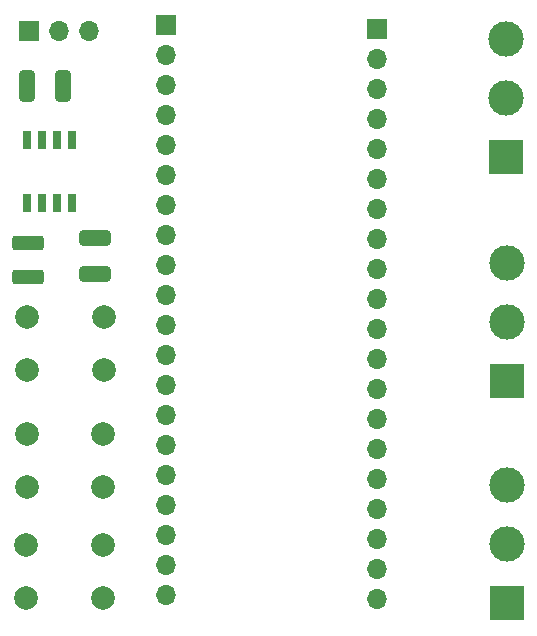
<source format=gbr>
%TF.GenerationSoftware,KiCad,Pcbnew,7.0.6*%
%TF.CreationDate,2024-04-09T21:05:34+03:00*%
%TF.ProjectId,ecu-emulator,6563752d-656d-4756-9c61-746f722e6b69,rev?*%
%TF.SameCoordinates,Original*%
%TF.FileFunction,Soldermask,Top*%
%TF.FilePolarity,Negative*%
%FSLAX46Y46*%
G04 Gerber Fmt 4.6, Leading zero omitted, Abs format (unit mm)*
G04 Created by KiCad (PCBNEW 7.0.6) date 2024-04-09 21:05:34*
%MOMM*%
%LPD*%
G01*
G04 APERTURE LIST*
G04 Aperture macros list*
%AMRoundRect*
0 Rectangle with rounded corners*
0 $1 Rounding radius*
0 $2 $3 $4 $5 $6 $7 $8 $9 X,Y pos of 4 corners*
0 Add a 4 corners polygon primitive as box body*
4,1,4,$2,$3,$4,$5,$6,$7,$8,$9,$2,$3,0*
0 Add four circle primitives for the rounded corners*
1,1,$1+$1,$2,$3*
1,1,$1+$1,$4,$5*
1,1,$1+$1,$6,$7*
1,1,$1+$1,$8,$9*
0 Add four rect primitives between the rounded corners*
20,1,$1+$1,$2,$3,$4,$5,0*
20,1,$1+$1,$4,$5,$6,$7,0*
20,1,$1+$1,$6,$7,$8,$9,0*
20,1,$1+$1,$8,$9,$2,$3,0*%
G04 Aperture macros list end*
%ADD10R,0.700000X1.550000*%
%ADD11RoundRect,0.250000X-0.400000X-1.075000X0.400000X-1.075000X0.400000X1.075000X-0.400000X1.075000X0*%
%ADD12R,3.000000X3.000000*%
%ADD13C,3.000000*%
%ADD14C,2.000000*%
%ADD15RoundRect,0.250000X1.075000X-0.375000X1.075000X0.375000X-1.075000X0.375000X-1.075000X-0.375000X0*%
%ADD16R,1.700000X1.700000*%
%ADD17O,1.700000X1.700000*%
%ADD18RoundRect,0.250000X-1.075000X0.400000X-1.075000X-0.400000X1.075000X-0.400000X1.075000X0.400000X0*%
G04 APERTURE END LIST*
D10*
%TO.C,IC1*%
X113795000Y-68050000D03*
X115065000Y-68050000D03*
X116335000Y-68050000D03*
X117605000Y-68050000D03*
X117605000Y-62650000D03*
X116335000Y-62650000D03*
X115065000Y-62650000D03*
X113795000Y-62650000D03*
%TD*%
D11*
%TO.C,R2*%
X113800000Y-58100000D03*
X116900000Y-58100000D03*
%TD*%
D12*
%TO.C,OIL_TEMP1*%
X154450000Y-101900000D03*
D13*
X154450000Y-96900000D03*
X154450000Y-91900000D03*
%TD*%
D14*
%TO.C,LOW_BATT1*%
X113750000Y-97000000D03*
X120250000Y-97000000D03*
X113750000Y-101500000D03*
X120250000Y-101500000D03*
%TD*%
%TO.C,GEAR_SHIFT1*%
X113850000Y-77700000D03*
X120350000Y-77700000D03*
X113850000Y-82200000D03*
X120350000Y-82200000D03*
%TD*%
D15*
%TO.C,D1*%
X113950000Y-74250000D03*
X113950000Y-71450000D03*
%TD*%
D12*
%TO.C,RPM1*%
X154400000Y-64150000D03*
D13*
X154400000Y-59150000D03*
X154400000Y-54150000D03*
%TD*%
D12*
%TO.C,COOLANT_TEMP1*%
X154450000Y-83100000D03*
D13*
X154450000Y-78100000D03*
X154450000Y-73100000D03*
%TD*%
D16*
%TO.C,J3*%
X125600000Y-52980000D03*
D17*
X125600000Y-55520000D03*
X125600000Y-58060000D03*
X125600000Y-60600000D03*
X125600000Y-63140000D03*
X125600000Y-65680000D03*
X125600000Y-68220000D03*
X125600000Y-70760000D03*
X125600000Y-73300000D03*
X125600000Y-75840000D03*
X125600000Y-78380000D03*
X125600000Y-80920000D03*
X125600000Y-83460000D03*
X125600000Y-86000000D03*
X125600000Y-88540000D03*
X125600000Y-91080000D03*
X125600000Y-93620000D03*
X125600000Y-96160000D03*
X125600000Y-98700000D03*
X125600000Y-101240000D03*
%TD*%
D18*
%TO.C,R1*%
X119550000Y-70950000D03*
X119550000Y-74050000D03*
%TD*%
D16*
%TO.C,J2*%
X143500000Y-53280000D03*
D17*
X143500000Y-55820000D03*
X143500000Y-58360000D03*
X143500000Y-60900000D03*
X143500000Y-63440000D03*
X143500000Y-65980000D03*
X143500000Y-68520000D03*
X143500000Y-71060000D03*
X143500000Y-73600000D03*
X143500000Y-76140000D03*
X143500000Y-78680000D03*
X143500000Y-81220000D03*
X143500000Y-83760000D03*
X143500000Y-86300000D03*
X143500000Y-88840000D03*
X143500000Y-91380000D03*
X143500000Y-93920000D03*
X143500000Y-96460000D03*
X143500000Y-99000000D03*
X143500000Y-101540000D03*
%TD*%
D16*
%TO.C,J1*%
X113960000Y-53500000D03*
D17*
X116500000Y-53500000D03*
X119040000Y-53500000D03*
%TD*%
D14*
%TO.C,LOW_OIL1*%
X113800000Y-87600000D03*
X120300000Y-87600000D03*
X113800000Y-92100000D03*
X120300000Y-92100000D03*
%TD*%
M02*

</source>
